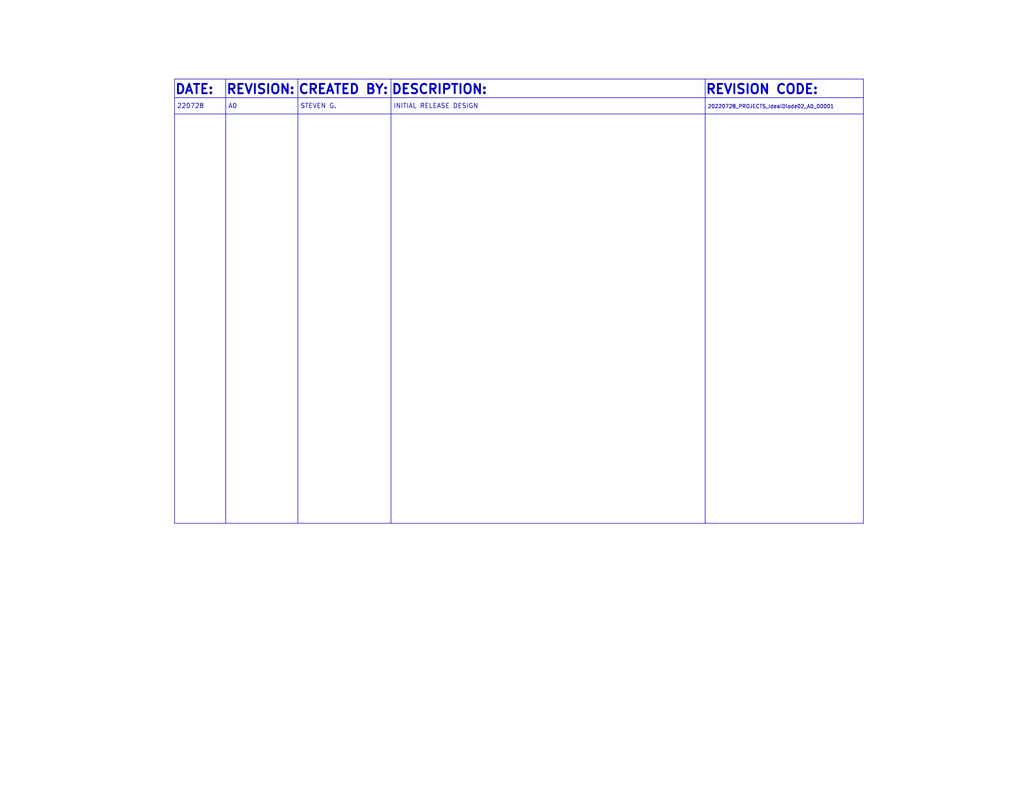
<source format=kicad_sch>
(kicad_sch
	(version 20231120)
	(generator "eeschema")
	(generator_version "8.0")
	(uuid "468b234a-32ab-4664-b4ba-554293fb8edc")
	(paper "A")
	(title_block
		(date "2022-07-25")
	)
	(lib_symbols)
	(polyline
		(pts
			(xy 192.405 21.59) (xy 235.585 21.59)
		)
		(stroke
			(width 0)
			(type solid)
		)
		(uuid "024cd67d-737f-4101-868c-2f3f3c9fd8ad")
	)
	(polyline
		(pts
			(xy 47.625 21.59) (xy 47.625 142.875)
		)
		(stroke
			(width 0)
			(type solid)
		)
		(uuid "0945ca44-c1e5-4965-ac18-c1e8f79a7bed")
	)
	(polyline
		(pts
			(xy 192.405 142.875) (xy 235.585 142.875)
		)
		(stroke
			(width 0)
			(type solid)
		)
		(uuid "0c08e340-663d-47a0-b4bc-f673a45bd53c")
	)
	(polyline
		(pts
			(xy 47.625 142.875) (xy 192.405 142.875)
		)
		(stroke
			(width 0)
			(type solid)
		)
		(uuid "220f9a66-8272-458e-a2be-ffd5179c16a6")
	)
	(polyline
		(pts
			(xy 47.625 21.59) (xy 192.405 21.59)
		)
		(stroke
			(width 0)
			(type solid)
		)
		(uuid "390138e3-eff4-4331-b32c-d79a96344a5f")
	)
	(polyline
		(pts
			(xy 61.595 21.59) (xy 61.595 142.875)
		)
		(stroke
			(width 0)
			(type solid)
		)
		(uuid "57413a70-c10a-4f10-b930-21bdad541e5f")
	)
	(polyline
		(pts
			(xy 47.625 26.67) (xy 192.405 26.67)
		)
		(stroke
			(width 0)
			(type solid)
		)
		(uuid "5839b594-ed55-4fe5-b3b1-0b1136096bb8")
	)
	(polyline
		(pts
			(xy 192.405 26.67) (xy 235.585 26.67)
		)
		(stroke
			(width 0)
			(type solid)
		)
		(uuid "8cee3a0b-e848-4636-8bc2-7dd95dadc1ef")
	)
	(polyline
		(pts
			(xy 81.28 21.59) (xy 81.28 142.875)
		)
		(stroke
			(width 0)
			(type solid)
		)
		(uuid "94f6c793-ca1d-4c41-86a2-f435e7bf42bd")
	)
	(polyline
		(pts
			(xy 106.68 21.59) (xy 106.68 142.875)
		)
		(stroke
			(width 0)
			(type solid)
		)
		(uuid "aeec0966-9e95-45e5-b1b1-4f2590176f0f")
	)
	(polyline
		(pts
			(xy 192.405 21.59) (xy 192.405 142.875)
		)
		(stroke
			(width 0)
			(type solid)
		)
		(uuid "b970ce92-c9f6-41f7-8442-9053747ca562")
	)
	(polyline
		(pts
			(xy 192.405 31.115) (xy 47.625 31.115)
		)
		(stroke
			(width 0)
			(type solid)
		)
		(uuid "c1d73080-276b-45e7-b981-fb54f11ac6dd")
	)
	(polyline
		(pts
			(xy 192.405 31.115) (xy 235.585 31.115)
		)
		(stroke
			(width 0)
			(type solid)
		)
		(uuid "c9553094-20f6-4db1-8a99-1a4898031f1d")
	)
	(polyline
		(pts
			(xy 235.585 21.59) (xy 235.585 142.875)
		)
		(stroke
			(width 0)
			(type solid)
		)
		(uuid "ff4669bd-d25a-47be-ac97-cba75e70ef8a")
	)
	(text "INITIAL RELEASE DESIGN"
		(exclude_from_sim no)
		(at 107.315 29.845 0)
		(effects
			(font
				(size 1.27 1.27)
			)
			(justify left bottom)
		)
		(uuid "159cfcff-d58e-4ae2-86a7-d97a5b306c8b")
	)
	(text "20220728_PROJECTS_IdealDiode02_A0_00001"
		(exclude_from_sim no)
		(at 193.04 29.845 0)
		(effects
			(font
				(size 1 1)
			)
			(justify left bottom)
		)
		(uuid "3de3978a-f96f-4a66-a895-718e26aab6f4")
	)
	(text "220728"
		(exclude_from_sim no)
		(at 48.26 29.845 0)
		(effects
			(font
				(size 1.27 1.27)
			)
			(justify left bottom)
		)
		(uuid "4ffecd08-2346-4ec6-a7ad-5cfb6213acc6")
	)
	(text "REVISION:"
		(exclude_from_sim no)
		(at 61.595 26.035 0)
		(effects
			(font
				(size 2.54 2.54)
				(thickness 0.508)
				(bold yes)
			)
			(justify left bottom)
		)
		(uuid "62003daa-7064-45b7-9b1d-ff0c35795429")
	)
	(text "STEVEN G."
		(exclude_from_sim no)
		(at 81.915 29.845 0)
		(effects
			(font
				(size 1.27 1.27)
			)
			(justify left bottom)
		)
		(uuid "6b78d170-b8b7-4e27-ac1a-50c2e4d266ee")
	)
	(text "REVISION CODE:"
		(exclude_from_sim no)
		(at 192.405 26.035 0)
		(effects
			(font
				(size 2.54 2.54)
				(thickness 0.508)
				(bold yes)
			)
			(justify left bottom)
		)
		(uuid "6fff292e-ca82-4006-9679-30a020251e33")
	)
	(text "DESCRIPTION:"
		(exclude_from_sim no)
		(at 106.68 26.035 0)
		(effects
			(font
				(size 2.54 2.54)
				(thickness 0.508)
				(bold yes)
			)
			(justify left bottom)
		)
		(uuid "86e44e30-3851-45de-bd36-197dc7653474")
	)
	(text "DATE:"
		(exclude_from_sim no)
		(at 47.625 26.035 0)
		(effects
			(font
				(size 2.54 2.54)
				(thickness 0.508)
				(bold yes)
			)
			(justify left bottom)
		)
		(uuid "c0f18f67-f4db-421d-ab59-7874eed312bb")
	)
	(text "A0"
		(exclude_from_sim no)
		(at 62.23 29.845 0)
		(effects
			(font
				(size 1.27 1.27)
			)
			(justify left bottom)
		)
		(uuid "cce9110c-9be4-470b-83f3-c092162f4437")
	)
	(text "CREATED BY:"
		(exclude_from_sim no)
		(at 81.28 26.035 0)
		(effects
			(font
				(size 2.54 2.54)
				(thickness 0.508)
				(bold yes)
			)
			(justify left bottom)
		)
		(uuid "f39a273c-e010-4301-9b74-8563ec4f3b6f")
	)
)

</source>
